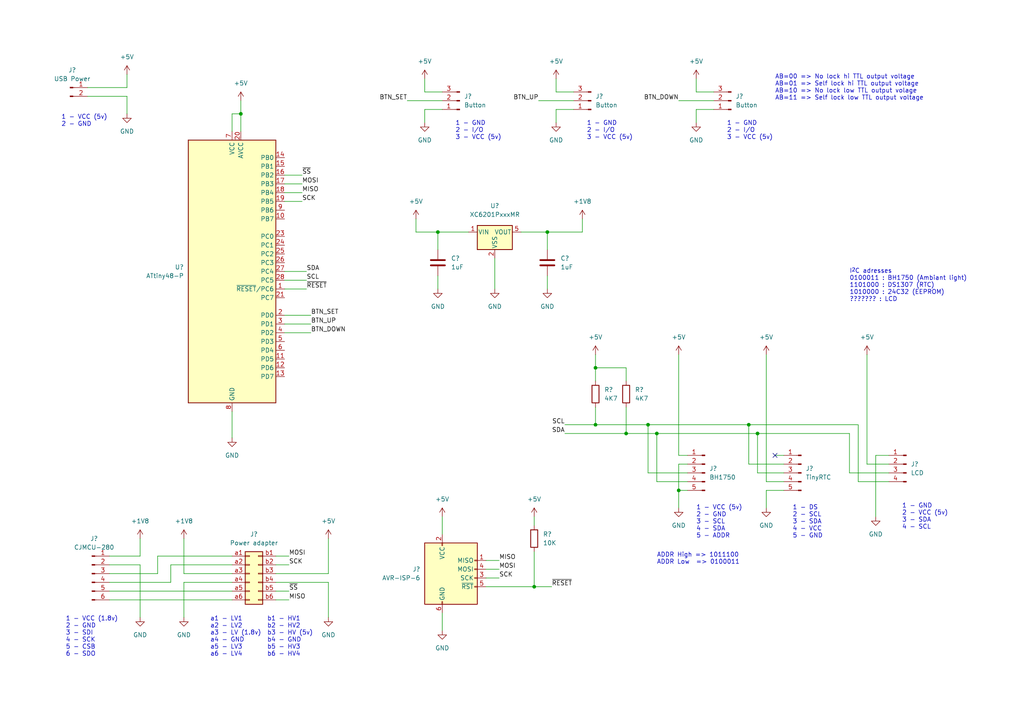
<source format=kicad_sch>
(kicad_sch (version 20231120) (generator "eeschema") (generator_version "8.0")
  (paper "A4")
  (lib_symbols
    (symbol "Connector:AVR-ISP-6" (pin_names (offset 1.016))
      (property "Reference" "J" (at -6.35 11.43 0))
      (property "Value" "AVR-ISP-6" (at 0 11.43 0))
      (symbol "AVR-ISP-6_0_1"
        (rectangle (start -2.667 -6.858) (end -2.413 -7.62))
        (rectangle (start -2.667 10.16) (end -2.413 9.398))
        (rectangle (start 7.62 -2.413) (end 6.858 -2.667))
        (rectangle (start 7.62 0.127) (end 6.858 -0.127))
        (rectangle (start 7.62 2.667) (end 6.858 2.413))
        (rectangle (start 7.62 5.207) (end 6.858 4.953))
        (rectangle (start 7.62 10.16) (end -7.62 -7.62) (stroke (width 0.254)) (fill (type background)))
      )
      (symbol "AVR-ISP-6_1_1"
        (pin passive line (at 10.16 5.08 180) (length 2.54) (name "MISO") (number "1"))
        (pin passive line (at -2.54 12.7 270) (length 2.54) (name "VCC") (number "2"))
        (pin passive line (at 10.16 0 180) (length 2.54) (name "SCK") (number "3"))
        (pin passive line (at 10.16 2.54 180) (length 2.54) (name "MOSI") (number "4"))
        (pin passive line (at 10.16 -2.54 180) (length 2.54) (name "~{RST}") (number "5"))
        (pin passive line (at -2.54 -10.16 90) (length 2.54) (name "GND") (number "6"))
      )
    )
    (symbol "Connector:Conn_01x02_Male" (pin_names (offset 1.016) hide)
      (property "Reference" "J" (at 0 2.54 0))
      (property "Value" "Conn_01x02_Male" (at 0 -5.08 0))
      (symbol "Conn_01x02_Male_1_1"
        (polyline (pts (xy 1.27 -2.54) (xy 0.8636 -2.54)) (stroke (width 0.1524)))
        (polyline (pts (xy 1.27 0) (xy 0.8636 0)) (stroke (width 0.1524)))
        (rectangle (start 0.8636 -2.413) (end 0 -2.667) (stroke (width 0.1524)) (fill (type outline)))
        (rectangle (start 0.8636 0.127) (end 0 -0.127) (stroke (width 0.1524)) (fill (type outline)))
        (pin passive line (at 5.08 0 180) (length 3.81) (name "Pin_1") (number "1"))
        (pin passive line (at 5.08 -2.54 180) (length 3.81) (name "Pin_2") (number "2"))
      )
    )
    (symbol "Connector:Conn_01x03_Male" (pin_names (offset 1.016) hide)
      (property "Reference" "J" (at 0 5.08 0))
      (property "Value" "Conn_01x03_Male" (at 0 -5.08 0))
      (symbol "Conn_01x03_Male_1_1"
        (polyline (pts (xy 1.27 -2.54) (xy 0.8636 -2.54)) (stroke (width 0.1524)))
        (polyline (pts (xy 1.27 0) (xy 0.8636 0)) (stroke (width 0.1524)))
        (polyline (pts (xy 1.27 2.54) (xy 0.8636 2.54)) (stroke (width 0.1524)))
        (rectangle (start 0.8636 -2.413) (end 0 -2.667) (stroke (width 0.1524)) (fill (type outline)))
        (rectangle (start 0.8636 0.127) (end 0 -0.127) (stroke (width 0.1524)) (fill (type outline)))
        (rectangle (start 0.8636 2.667) (end 0 2.413) (stroke (width 0.1524)) (fill (type outline)))
        (pin passive line (at 5.08 2.54 180) (length 3.81) (name "Pin_1") (number "1"))
        (pin passive line (at 5.08 0 180) (length 3.81) (name "Pin_2") (number "2"))
        (pin passive line (at 5.08 -2.54 180) (length 3.81) (name "Pin_3") (number "3"))
      )
    )
    (symbol "Connector:Conn_01x04_Male" (pin_names (offset 1.016) hide)
      (property "Reference" "J" (at 0 5.08 0))
      (property "Value" "Conn_01x04_Male" (at 0 -7.62 0))
      (symbol "Conn_01x04_Male_1_1"
        (polyline (pts (xy 1.27 -5.08) (xy 0.8636 -5.08)) (stroke (width 0.1524)))
        (polyline (pts (xy 1.27 -2.54) (xy 0.8636 -2.54)) (stroke (width 0.1524)))
        (polyline (pts (xy 1.27 0) (xy 0.8636 0)) (stroke (width 0.1524)))
        (polyline (pts (xy 1.27 2.54) (xy 0.8636 2.54)) (stroke (width 0.1524)))
        (rectangle (start 0.8636 -4.953) (end 0 -5.207) (stroke (width 0.1524)) (fill (type outline)))
        (rectangle (start 0.8636 -2.413) (end 0 -2.667) (stroke (width 0.1524)) (fill (type outline)))
        (rectangle (start 0.8636 0.127) (end 0 -0.127) (stroke (width 0.1524)) (fill (type outline)))
        (rectangle (start 0.8636 2.667) (end 0 2.413) (stroke (width 0.1524)) (fill (type outline)))
        (pin passive line (at 5.08 2.54 180) (length 3.81) (name "Pin_1") (number "1"))
        (pin passive line (at 5.08 0 180) (length 3.81) (name "Pin_2") (number "2"))
        (pin passive line (at 5.08 -2.54 180) (length 3.81) (name "Pin_3") (number "3"))
        (pin passive line (at 5.08 -5.08 180) (length 3.81) (name "Pin_4") (number "4"))
      )
    )
    (symbol "Connector:Conn_01x05_Male" (pin_names (offset 1.016) hide)
      (property "Reference" "J" (at 0 7.62 0))
      (property "Value" "Conn_01x05_Male" (at 0 -7.62 0))
      (symbol "Conn_01x05_Male_1_1"
        (polyline (pts (xy 1.27 -5.08) (xy 0.8636 -5.08)) (stroke (width 0.1524)))
        (polyline (pts (xy 1.27 -2.54) (xy 0.8636 -2.54)) (stroke (width 0.1524)))
        (polyline (pts (xy 1.27 0) (xy 0.8636 0)) (stroke (width 0.1524)))
        (polyline (pts (xy 1.27 2.54) (xy 0.8636 2.54)) (stroke (width 0.1524)))
        (polyline (pts (xy 1.27 5.08) (xy 0.8636 5.08)) (stroke (width 0.1524)))
        (rectangle (start 0.8636 -4.953) (end 0 -5.207) (stroke (width 0.1524)) (fill (type outline)))
        (rectangle (start 0.8636 -2.413) (end 0 -2.667) (stroke (width 0.1524)) (fill (type outline)))
        (rectangle (start 0.8636 0.127) (end 0 -0.127) (stroke (width 0.1524)) (fill (type outline)))
        (rectangle (start 0.8636 2.667) (end 0 2.413) (stroke (width 0.1524)) (fill (type outline)))
        (rectangle (start 0.8636 5.207) (end 0 4.953) (stroke (width 0.1524)) (fill (type outline)))
        (pin passive line (at 5.08 5.08 180) (length 3.81) (name "Pin_1") (number "1"))
        (pin passive line (at 5.08 2.54 180) (length 3.81) (name "Pin_2") (number "2"))
        (pin passive line (at 5.08 0 180) (length 3.81) (name "Pin_3") (number "3"))
        (pin passive line (at 5.08 -2.54 180) (length 3.81) (name "Pin_4") (number "4"))
        (pin passive line (at 5.08 -5.08 180) (length 3.81) (name "Pin_5") (number "5"))
      )
    )
    (symbol "Connector:Conn_01x06_Male" (pin_names (offset 1.016) hide)
      (property "Reference" "J" (at 0 7.62 0))
      (property "Value" "Conn_01x06_Male" (at 0 -10.16 0))
      (symbol "Conn_01x06_Male_1_1"
        (polyline (pts (xy 1.27 -7.62) (xy 0.8636 -7.62)) (stroke (width 0.1524)))
        (polyline (pts (xy 1.27 -5.08) (xy 0.8636 -5.08)) (stroke (width 0.1524)))
        (polyline (pts (xy 1.27 -2.54) (xy 0.8636 -2.54)) (stroke (width 0.1524)))
        (polyline (pts (xy 1.27 0) (xy 0.8636 0)) (stroke (width 0.1524)))
        (polyline (pts (xy 1.27 2.54) (xy 0.8636 2.54)) (stroke (width 0.1524)))
        (polyline (pts (xy 1.27 5.08) (xy 0.8636 5.08)) (stroke (width 0.1524)))
        (rectangle (start 0.8636 -7.493) (end 0 -7.747) (stroke (width 0.1524)) (fill (type outline)))
        (rectangle (start 0.8636 -4.953) (end 0 -5.207) (stroke (width 0.1524)) (fill (type outline)))
        (rectangle (start 0.8636 -2.413) (end 0 -2.667) (stroke (width 0.1524)) (fill (type outline)))
        (rectangle (start 0.8636 0.127) (end 0 -0.127) (stroke (width 0.1524)) (fill (type outline)))
        (rectangle (start 0.8636 2.667) (end 0 2.413) (stroke (width 0.1524)) (fill (type outline)))
        (rectangle (start 0.8636 5.207) (end 0 4.953) (stroke (width 0.1524)) (fill (type outline)))
        (pin passive line (at 5.08 5.08 180) (length 3.81) (name "Pin_1") (number "1"))
        (pin passive line (at 5.08 2.54 180) (length 3.81) (name "Pin_2") (number "2"))
        (pin passive line (at 5.08 0 180) (length 3.81) (name "Pin_3") (number "3"))
        (pin passive line (at 5.08 -2.54 180) (length 3.81) (name "Pin_4") (number "4"))
        (pin passive line (at 5.08 -5.08 180) (length 3.81) (name "Pin_5") (number "5"))
        (pin passive line (at 5.08 -7.62 180) (length 3.81) (name "Pin_6") (number "6"))
      )
    )
    (symbol "Connector_Generic:Conn_02x06_Row_Letter_First" (pin_names (offset 1.016) hide)
      (property "Reference" "J" (at 1.27 7.62 0))
      (property "Value" "Conn_02x06_Row_Letter_First" (at 1.27 -10.16 0))
      (symbol "Conn_02x06_Row_Letter_First_1_1"
        (rectangle (start -1.27 -7.493) (end 0 -7.747) (stroke (width 0.1524)))
        (rectangle (start -1.27 -4.953) (end 0 -5.207) (stroke (width 0.1524)))
        (rectangle (start -1.27 -2.413) (end 0 -2.667) (stroke (width 0.1524)))
        (rectangle (start -1.27 0.127) (end 0 -0.127) (stroke (width 0.1524)))
        (rectangle (start -1.27 2.667) (end 0 2.413) (stroke (width 0.1524)))
        (rectangle (start -1.27 5.207) (end 0 4.953) (stroke (width 0.1524)))
        (rectangle (start -1.27 6.35) (end 3.81 -8.89) (stroke (width 0.254)) (fill (type background)))
        (rectangle (start 3.81 -7.493) (end 2.54 -7.747) (stroke (width 0.1524)))
        (rectangle (start 3.81 -4.953) (end 2.54 -5.207) (stroke (width 0.1524)))
        (rectangle (start 3.81 -2.413) (end 2.54 -2.667) (stroke (width 0.1524)))
        (rectangle (start 3.81 0.127) (end 2.54 -0.127) (stroke (width 0.1524)))
        (rectangle (start 3.81 2.667) (end 2.54 2.413) (stroke (width 0.1524)))
        (rectangle (start 3.81 5.207) (end 2.54 4.953) (stroke (width 0.1524)))
        (pin passive line (at -5.08 5.08 0) (length 3.81) (name "Pin_a1") (number "a1"))
        (pin passive line (at -5.08 2.54 0) (length 3.81) (name "Pin_a2") (number "a2"))
        (pin passive line (at -5.08 0 0) (length 3.81) (name "Pin_a3") (number "a3"))
        (pin passive line (at -5.08 -2.54 0) (length 3.81) (name "Pin_a4") (number "a4"))
        (pin passive line (at -5.08 -5.08 0) (length 3.81) (name "Pin_a5") (number "a5"))
        (pin passive line (at -5.08 -7.62 0) (length 3.81) (name "Pin_a6") (number "a6"))
        (pin passive line (at 7.62 5.08 180) (length 3.81) (name "Pin_b1") (number "b1"))
        (pin passive line (at 7.62 2.54 180) (length 3.81) (name "Pin_b2") (number "b2"))
        (pin passive line (at 7.62 0 180) (length 3.81) (name "Pin_b3") (number "b3"))
        (pin passive line (at 7.62 -2.54 180) (length 3.81) (name "Pin_b4") (number "b4"))
        (pin passive line (at 7.62 -5.08 180) (length 3.81) (name "Pin_b5") (number "b5"))
        (pin passive line (at 7.62 -7.62 180) (length 3.81) (name "Pin_b6") (number "b6"))
      )
    )
    (symbol "Desk Probe:XC6201PxxxMR" (pin_names (offset 0.254))
      (property "Reference" "U" (at -3.81 3.175 0))
      (property "Value" "XC6201PxxxMR" (at 0 3.175 0))
      (symbol "XC6201PxxxMR_0_1"
        (rectangle (start -5.08 1.905) (end 5.08 -5.08) (stroke (width 0.254)) (fill (type background)))
      )
      (symbol "XC6201PxxxMR_1_1"
        (pin power_in line (at -7.62 0 0) (length 2.54) (name "VIN") (number "1"))
        (pin power_in line (at 0 -7.62 90) (length 2.54) (name "VSS") (number "2"))
        (pin no_connect line (at -7.62 -2.54 0) (length 2.54) hide (name "NC") (number "3"))
        (pin no_connect line (at 7.62 -2.54 180) (length 2.54) hide (name "NC") (number "4"))
        (pin power_out line (at 7.62 0 180) (length 2.54) (name "VOUT") (number "5"))
      )
    )
    (symbol "Device:C" (pin_numbers hide) (pin_names (offset 0.254))
      (property "Reference" "C" (at 0.635 2.54 0))
      (property "Value" "C" (at 0.635 -2.54 0))
      (symbol "C_0_1"
        (polyline (pts (xy -2.032 -0.762) (xy 2.032 -0.762)) (stroke (width 0.508)))
        (polyline (pts (xy -2.032 0.762) (xy 2.032 0.762)) (stroke (width 0.508)))
      )
      (symbol "C_1_1"
        (pin passive line (at 0 3.81 270) (length 2.794) (name "~") (number "1"))
        (pin passive line (at 0 -3.81 90) (length 2.794) (name "~") (number "2"))
      )
    )
    (symbol "Device:R" (pin_numbers hide) (pin_names (offset 0))
      (property "Reference" "R" (at 2.032 0 90))
      (property "Value" "R" (at 0 0 90))
      (symbol "R_0_1"
        (rectangle (start -1.016 -2.54) (end 1.016 2.54) (stroke (width 0.254)))
      )
      (symbol "R_1_1"
        (pin passive line (at 0 3.81 270) (length 1.27) (name "~") (number "1"))
        (pin passive line (at 0 -3.81 90) (length 1.27) (name "~") (number "2"))
      )
    )
    (symbol "MCU_Microchip_ATtiny:ATtiny48-P"
      (property "Reference" "U" (at -12.7 39.37 0))
      (property "Value" "ATtiny48-P" (at 2.54 -39.37 0))
      (symbol "ATtiny48-P_0_1"
        (rectangle (start -12.7 -38.1) (end 12.7 38.1) (stroke (width 0.254)) (fill (type background)))
      )
      (symbol "ATtiny48-P_1_1"
        (pin bidirectional line (at 15.24 -5.08 180) (length 2.54) (name "~{RESET}/PC6") (number "1"))
        (pin bidirectional line (at 15.24 15.24 180) (length 2.54) (name "PB7") (number "10"))
        (pin bidirectional line (at 15.24 -25.4 180) (length 2.54) (name "PD5") (number "11"))
        (pin bidirectional line (at 15.24 -27.94 180) (length 2.54) (name "PD6") (number "12"))
        (pin bidirectional line (at 15.24 -30.48 180) (length 2.54) (name "PD7") (number "13"))
        (pin bidirectional line (at 15.24 33.02 180) (length 2.54) (name "PB0") (number "14"))
        (pin bidirectional line (at 15.24 30.48 180) (length 2.54) (name "PB1") (number "15"))
        (pin bidirectional line (at 15.24 27.94 180) (length 2.54) (name "PB2") (number "16"))
        (pin bidirectional line (at 15.24 25.4 180) (length 2.54) (name "PB3") (number "17"))
        (pin bidirectional line (at 15.24 22.86 180) (length 2.54) (name "PB4") (number "18"))
        (pin bidirectional line (at 15.24 20.32 180) (length 2.54) (name "PB5") (number "19"))
        (pin bidirectional line (at 15.24 -12.7 180) (length 2.54) (name "PD0") (number "2"))
        (pin power_in line (at 2.54 40.64 270) (length 2.54) (name "AVCC") (number "20"))
        (pin bidirectional line (at 15.24 -7.62 180) (length 2.54) (name "PC7") (number "21"))
        (pin passive line (at 0 -40.64 90) (length 2.54) hide (name "GND") (number "22"))
        (pin bidirectional line (at 15.24 10.16 180) (length 2.54) (name "PC0") (number "23"))
        (pin bidirectional line (at 15.24 7.62 180) (length 2.54) (name "PC1") (number "24"))
        (pin bidirectional line (at 15.24 5.08 180) (length 2.54) (name "PC2") (number "25"))
        (pin bidirectional line (at 15.24 2.54 180) (length 2.54) (name "PC3") (number "26"))
        (pin bidirectional line (at 15.24 0 180) (length 2.54) (name "PC4") (number "27"))
        (pin bidirectional line (at 15.24 -2.54 180) (length 2.54) (name "PC5") (number "28"))
        (pin bidirectional line (at 15.24 -15.24 180) (length 2.54) (name "PD1") (number "3"))
        (pin bidirectional line (at 15.24 -17.78 180) (length 2.54) (name "PD2") (number "4"))
        (pin bidirectional line (at 15.24 -20.32 180) (length 2.54) (name "PD3") (number "5"))
        (pin bidirectional line (at 15.24 -22.86 180) (length 2.54) (name "PD4") (number "6"))
        (pin power_in line (at 0 40.64 270) (length 2.54) (name "VCC") (number "7"))
        (pin power_in line (at 0 -40.64 90) (length 2.54) (name "GND") (number "8"))
        (pin bidirectional line (at 15.24 17.78 180) (length 2.54) (name "PB6") (number "9"))
      )
    )
    (symbol "power:+1V8" (power) (pin_names (offset 0))
      (property "Value" "+1V8" (at 0 3.556 0))
      (symbol "+1V8_0_1"
        (polyline (pts (xy -0.762 1.27) (xy 0 2.54)))
        (polyline (pts (xy 0 0) (xy 0 2.54)))
        (polyline (pts (xy 0 2.54) (xy 0.762 1.27)))
      )
      (symbol "+1V8_1_1"
        (pin power_in line (at 0 0 90) (length 0) hide (name "+1V8") (number "1"))
      )
    )
    (symbol "power:+5V" (power) (pin_names (offset 0))
      (property "Value" "+5V" (at 0 3.556 0))
      (symbol "+5V_0_1"
        (polyline (pts (xy -0.762 1.27) (xy 0 2.54)))
        (polyline (pts (xy 0 0) (xy 0 2.54)))
        (polyline (pts (xy 0 2.54) (xy 0.762 1.27)))
      )
      (symbol "+5V_1_1"
        (pin power_in line (at 0 0 90) (length 0) hide (name "+5V") (number "1"))
      )
    )
    (symbol "power:GND" (power) (pin_names (offset 0))
      (property "Value" "GND" (at 0 -3.81 0))
      (symbol "GND_0_1"
        (polyline (pts (xy 0 0) (xy 0 -1.27) (xy 1.27 -1.27) (xy 0 -2.54) (xy -1.27 -1.27) (xy 0 -1.27)))
      )
      (symbol "GND_1_1"
        (pin power_in line (at 0 0 270) (length 0) hide (name "GND") (number "1"))
      )
    )
  )
  (junction (at 127 67.31))
  (junction (at 219.71 125.73))
  (junction (at 196.85 142.24))
  (junction (at 181.61 125.73))
  (junction (at 217.17 123.19))
  (junction (at 69.85 33.02))
  (junction (at 172.72 106.68))
  (junction (at 158.75 67.31))
  (junction (at 172.72 123.19))
  (junction (at 187.96 123.19))
  (junction (at 154.94 170.18))
  (junction (at 190.5 125.73))
  (no_connect (at 224.79 132.08))
  (wire (pts (xy 67.31 33.02) (xy 69.85 33.02)))
  (wire (pts (xy 127 67.31) (xy 135.89 67.31)))
  (wire (pts (xy 128.27 31.75) (xy 123.19 31.75)))
  (wire (pts (xy 31.75 168.91) (xy 49.53 168.91)))
  (wire (pts (xy 25.4 25.4) (xy 36.83 25.4)))
  (wire (pts (xy 49.53 163.83) (xy 67.31 163.83)))
  (wire (pts (xy 201.93 31.75) (xy 201.93 35.56)))
  (wire (pts (xy 158.75 67.31) (xy 158.75 72.39)))
  (wire (pts (xy 82.55 53.34) (xy 87.63 53.34)))
  (wire (pts (xy 40.64 163.83) (xy 40.64 179.07)))
  (wire (pts (xy 140.97 165.1) (xy 144.78 165.1)))
  (wire (pts (xy 251.46 134.62) (xy 251.46 102.87)))
  (wire (pts (xy 31.75 171.45) (xy 67.31 171.45)))
  (wire (pts (xy 143.51 74.93) (xy 143.51 83.82)))
  (wire (pts (xy 196.85 142.24) (xy 199.39 142.24)))
  (wire (pts (xy 196.85 132.08) (xy 196.85 102.87)))
  (wire (pts (xy 227.33 137.16) (xy 219.71 137.16)))
  (wire (pts (xy 154.94 170.18) (xy 160.02 170.18)))
  (wire (pts (xy 190.5 139.7) (xy 190.5 125.73)))
  (wire (pts (xy 123.19 31.75) (xy 123.19 35.56)))
  (wire (pts (xy 154.94 149.86) (xy 154.94 152.4)))
  (wire (pts (xy 67.31 168.91) (xy 53.34 168.91)))
  (wire (pts (xy 80.01 161.29) (xy 83.82 161.29)))
  (wire (pts (xy 257.81 134.62) (xy 251.46 134.62)))
  (wire (pts (xy 82.55 96.52) (xy 90.17 96.52)))
  (wire (pts (xy 181.61 118.11) (xy 181.61 125.73)))
  (wire (pts (xy 219.71 137.16) (xy 219.71 125.73)))
  (wire (pts (xy 172.72 118.11) (xy 172.72 123.19)))
  (wire (pts (xy 219.71 125.73) (xy 190.5 125.73)))
  (wire (pts (xy 127 80.01) (xy 127 83.82)))
  (wire (pts (xy 172.72 102.87) (xy 172.72 106.68)))
  (wire (pts (xy 158.75 67.31) (xy 168.91 67.31)))
  (wire (pts (xy 227.33 134.62) (xy 217.17 134.62)))
  (wire (pts (xy 80.01 173.99) (xy 83.82 173.99)))
  (wire (pts (xy 199.39 134.62) (xy 196.85 134.62)))
  (wire (pts (xy 199.39 139.7) (xy 190.5 139.7)))
  (wire (pts (xy 128.27 149.86) (xy 128.27 154.94)))
  (wire (pts (xy 166.37 26.67) (xy 161.29 26.67)))
  (wire (pts (xy 224.79 132.08) (xy 227.33 132.08)))
  (wire (pts (xy 248.92 123.19) (xy 248.92 139.7)))
  (wire (pts (xy 219.71 125.73) (xy 246.38 125.73)))
  (wire (pts (xy 82.55 91.44) (xy 90.17 91.44)))
  (wire (pts (xy 31.75 163.83) (xy 40.64 163.83)))
  (wire (pts (xy 69.85 29.21) (xy 69.85 33.02)))
  (wire (pts (xy 127 67.31) (xy 127 72.39)))
  (wire (pts (xy 128.27 177.8) (xy 128.27 182.88)))
  (wire (pts (xy 53.34 168.91) (xy 53.34 179.07)))
  (wire (pts (xy 45.72 166.37) (xy 45.72 161.29)))
  (wire (pts (xy 199.39 137.16) (xy 187.96 137.16)))
  (wire (pts (xy 31.75 173.99) (xy 67.31 173.99)))
  (wire (pts (xy 40.64 156.21) (xy 40.64 161.29)))
  (wire (pts (xy 207.01 26.67) (xy 201.93 26.67)))
  (wire (pts (xy 82.55 58.42) (xy 87.63 58.42)))
  (wire (pts (xy 95.25 168.91) (xy 95.25 179.07)))
  (wire (pts (xy 118.11 29.21) (xy 128.27 29.21)))
  (wire (pts (xy 201.93 26.67) (xy 201.93 22.86)))
  (wire (pts (xy 181.61 106.68) (xy 172.72 106.68)))
  (wire (pts (xy 53.34 166.37) (xy 53.34 156.21)))
  (wire (pts (xy 246.38 137.16) (xy 246.38 125.73)))
  (wire (pts (xy 67.31 38.1) (xy 67.31 33.02)))
  (wire (pts (xy 25.4 27.94) (xy 36.83 27.94)))
  (wire (pts (xy 80.01 163.83) (xy 83.82 163.83)))
  (wire (pts (xy 69.85 33.02) (xy 69.85 38.1)))
  (wire (pts (xy 82.55 93.98) (xy 90.17 93.98)))
  (wire (pts (xy 36.83 27.94) (xy 36.83 33.02)))
  (wire (pts (xy 254 132.08) (xy 254 149.86)))
  (wire (pts (xy 31.75 161.29) (xy 40.64 161.29)))
  (wire (pts (xy 187.96 137.16) (xy 187.96 123.19)))
  (wire (pts (xy 49.53 168.91) (xy 49.53 163.83)))
  (wire (pts (xy 158.75 80.01) (xy 158.75 83.82)))
  (wire (pts (xy 196.85 132.08) (xy 199.39 132.08)))
  (wire (pts (xy 151.13 67.31) (xy 158.75 67.31)))
  (wire (pts (xy 181.61 125.73) (xy 163.83 125.73)))
  (wire (pts (xy 222.25 139.7) (xy 222.25 102.87)))
  (wire (pts (xy 140.97 162.56) (xy 144.78 162.56)))
  (wire (pts (xy 168.91 67.31) (xy 168.91 63.5)))
  (wire (pts (xy 166.37 31.75) (xy 161.29 31.75)))
  (wire (pts (xy 257.81 132.08) (xy 254 132.08)))
  (wire (pts (xy 257.81 137.16) (xy 246.38 137.16)))
  (wire (pts (xy 227.33 142.24) (xy 222.25 142.24)))
  (wire (pts (xy 120.65 63.5) (xy 120.65 67.31)))
  (wire (pts (xy 172.72 106.68) (xy 172.72 110.49)))
  (wire (pts (xy 128.27 26.67) (xy 123.19 26.67)))
  (wire (pts (xy 120.65 67.31) (xy 127 67.31)))
  (wire (pts (xy 80.01 168.91) (xy 95.25 168.91)))
  (wire (pts (xy 161.29 31.75) (xy 161.29 35.56)))
  (wire (pts (xy 45.72 161.29) (xy 67.31 161.29)))
  (wire (pts (xy 80.01 171.45) (xy 83.82 171.45)))
  (wire (pts (xy 217.17 123.19) (xy 248.92 123.19)))
  (wire (pts (xy 31.75 166.37) (xy 45.72 166.37)))
  (wire (pts (xy 82.55 55.88) (xy 87.63 55.88)))
  (wire (pts (xy 140.97 167.64) (xy 144.78 167.64)))
  (wire (pts (xy 123.19 26.67) (xy 123.19 22.86)))
  (wire (pts (xy 154.94 170.18) (xy 154.94 160.02)))
  (wire (pts (xy 156.21 29.21) (xy 166.37 29.21)))
  (wire (pts (xy 82.55 78.74) (xy 88.9 78.74)))
  (wire (pts (xy 196.85 134.62) (xy 196.85 142.24)))
  (wire (pts (xy 187.96 123.19) (xy 217.17 123.19)))
  (wire (pts (xy 172.72 123.19) (xy 187.96 123.19)))
  (wire (pts (xy 161.29 26.67) (xy 161.29 22.86)))
  (wire (pts (xy 196.85 29.21) (xy 207.01 29.21)))
  (wire (pts (xy 67.31 119.38) (xy 67.31 127)))
  (wire (pts (xy 95.25 166.37) (xy 95.25 156.21)))
  (wire (pts (xy 190.5 125.73) (xy 181.61 125.73)))
  (wire (pts (xy 222.25 142.24) (xy 222.25 147.32)))
  (wire (pts (xy 207.01 31.75) (xy 201.93 31.75)))
  (wire (pts (xy 140.97 170.18) (xy 154.94 170.18)))
  (wire (pts (xy 217.17 134.62) (xy 217.17 123.19)))
  (wire (pts (xy 227.33 139.7) (xy 222.25 139.7)))
  (wire (pts (xy 248.92 139.7) (xy 257.81 139.7)))
  (wire (pts (xy 82.55 83.82) (xy 88.9 83.82)))
  (wire (pts (xy 67.31 166.37) (xy 53.34 166.37)))
  (wire (pts (xy 82.55 81.28) (xy 88.9 81.28)))
  (wire (pts (xy 181.61 110.49) (xy 181.61 106.68)))
  (wire (pts (xy 163.83 123.19) (xy 172.72 123.19)))
  (wire (pts (xy 196.85 142.24) (xy 196.85 147.32)))
  (wire (pts (xy 36.83 25.4) (xy 36.83 21.59)))
  (wire (pts (xy 80.01 166.37) (xy 95.25 166.37)))
  (wire (pts (xy 82.55 50.8) (xy 87.63 50.8)))
  (text "1 - VCC (1.8v)\n2 - GND\n3 - SDI\n4 - SCK\n5 - CSB\n6 - SDO" (at 19.05 190.5 0) (effects (font (size 1.27 1.27)) (justify left bottom)))
  (text "AB=00 => No lock hi TTL output voltage\nAB=01 => Self lock hi TTL output voltage\nAB=10 => No lock low TTL output volage\nAB=11 => Self lock low TTL output voltage" (at 224.79 29.21 0) (effects (font (size 1.27 1.27)) (justify left bottom)))
  (text "a1 - LV1\na2 - LV2\na3 - LV (1.8v)\na4 - GND\na5 - LV3\na6 - LV4" (at 60.96 190.5 0) (effects (font (size 1.27 1.27)) (justify left bottom)))
  (text "1 - GND\n2 - I/O\n3 - VCC (5v)" (at 210.82 40.64 0) (effects (font (size 1.27 1.27)) (justify left bottom)))
  (text "b1 - HV1\nb2 - HV2\nb3 - HV (5v)\nb4 - GND\nb5 - HV3\nb6 - HV4" (at 77.47 190.5 0) (effects (font (size 1.27 1.27)) (justify left bottom)))
  (text "1 - DS\n2 - SCL\n3 - SDA\n4 - VCC\n5 - GND" (at 229.87 156.21 0) (effects (font (size 1.27 1.27)) (justify left bottom)))
  (text "1 - VCC (5v)\n2 - GND\n3 - SCL\n4 - SDA\n5 - ADDR" (at 201.93 156.21 0) (effects (font (size 1.27 1.27)) (justify left bottom)))
  (text "1 - GND\n2 - I/O\n3 - VCC (5v)" (at 170.18 40.64 0) (effects (font (size 1.27 1.27)) (justify left bottom)))
  (text "1 - GND\n2 - VCC (5v)\n3 - SDA\n4 - SCL" (at 261.62 153.67 0) (effects (font (size 1.27 1.27)) (justify left bottom)))
  (text "1 - GND\n2 - I/O\n3 - VCC (5v)" (at 132.08 40.64 0) (effects (font (size 1.27 1.27)) (justify left bottom)))
  (text "I^{2}C adresses\n0100011 : BH1750 (Ambiant light)\n1101000 : DS1307 (RTC)\n1010000 : 24C32 (EEPROM)\n??????? : LCD" (at 246.38 87.63 0) (effects (font (size 1.27 1.27)) (justify left bottom)))
  (text "1 - VCC (5v)\n2 - GND" (at 17.78 36.83 0) (effects (font (size 1.27 1.27)) (justify left bottom)))
  (text "ADDR High => 1011100\nADDR Low  => 0100011" (at 190.5 163.83 0) (effects (font (size 1.27 1.27)) (justify left bottom)))
  (label "MISO" (at 83.82 173.99 0))
  (label "MISO" (at 144.78 162.56 0))
  (label "~{RESET}" (at 160.02 170.18 0))
  (label "~{RESET}" (at 88.9 83.82 0))
  (label "MOSI" (at 87.63 53.34 0))
  (label "BTN_SET" (at 118.11 29.21 180))
  (label "BTN_SET" (at 90.17 91.44 0))
  (label "MISO" (at 87.63 55.88 0))
  (label "~{SS}" (at 83.82 171.45 0))
  (label "BTN_UP" (at 90.17 93.98 0))
  (label "SDA" (at 88.9 78.74 0))
  (label "BTN_UP" (at 156.21 29.21 180))
  (label "SCL" (at 88.9 81.28 0))
  (label "BTN_DOWN" (at 196.85 29.21 180))
  (label "~{SS}" (at 87.63 50.8 0))
  (label "BTN_DOWN" (at 90.17 96.52 0))
  (label "SCK" (at 87.63 58.42 0))
  (label "SDA" (at 163.83 125.73 180))
  (label "MOSI" (at 83.82 161.29 0))
  (label "MOSI" (at 144.78 165.1 0))
  (label "SCK" (at 144.78 167.64 0))
  (label "SCL" (at 163.83 123.19 180))
  (label "SCK" (at 83.82 163.83 0))
  (symbol (lib_id "power:+5V") (at 128.27 149.86 0) (unit 1)
    (property "Reference" "#PWR?" (effects (hide yes)))
    (property "Value" "+5V" (at 128.27 144.78 0))
  )
  (symbol (lib_id "Desk Probe:XC6201PxxxMR") (at 143.51 67.31 0) (unit 1)
    (property "Reference" "U?" (at 143.51 59.69 0))
    (property "Value" "XC6201PxxxMR" (at 143.51 62.23 0))
    (property "Footprint" "Package_TO_SOT_SMD:SOT-23-5_HandSoldering" (effects (hide yes)))
    (property "Datasheet" "https://www.torexsemi.com/file/xc6201/XC6201.pdf" (effects (hide yes)))
  )
  (symbol (lib_id "power:GND") (at 36.83 33.02 0) (unit 1)
    (property "Reference" "#PWR?" (effects (hide yes)))
    (property "Value" "GND" (at 36.83 38.1 0))
  )
  (symbol (lib_id "power:+5V") (at 123.19 22.86 0) (unit 1)
    (property "Reference" "#PWR?" (effects (hide yes)))
    (property "Value" "+5V" (at 123.19 17.78 0))
  )
  (symbol (lib_id "power:+5V") (at 201.93 22.86 0) (unit 1)
    (property "Reference" "#PWR?" (effects (hide yes)))
    (property "Value" "+5V" (at 201.93 17.78 0))
  )
  (symbol (lib_id "power:GND") (at 67.31 127 0) (unit 1)
    (property "Reference" "#PWR?" (effects (hide yes)))
    (property "Value" "GND" (at 67.31 132.08 0))
  )
  (symbol (lib_id "power:+5V") (at 161.29 22.86 0) (unit 1)
    (property "Reference" "#PWR?" (effects (hide yes)))
    (property "Value" "+5V" (at 161.29 17.78 0))
  )
  (symbol (lib_id "power:+5V") (at 95.25 156.21 0) (unit 1)
    (property "Reference" "#PWR?" (effects (hide yes)))
    (property "Value" "+5V" (at 95.25 151.13 0))
  )
  (symbol (lib_id "Connector:Conn_01x05_Male") (at 204.47 137.16 0) (mirror y) (unit 1)
    (property "Reference" "J?" (at 205.74 135.8899 0) (effects (justify right)))
    (property "Value" "BH1750" (at 205.74 138.4299 0) (effects (justify right)))
  )
  (symbol (lib_id "Device:R") (at 181.61 114.3 0) (unit 1)
    (property "Reference" "R?" (at 184.15 113.0299 0) (effects (justify left)))
    (property "Value" "4K7" (at 184.15 115.5699 0) (effects (justify left)))
  )
  (symbol (lib_id "Device:R") (at 172.72 114.3 0) (unit 1)
    (property "Reference" "R?" (at 175.26 113.0299 0) (effects (justify left)))
    (property "Value" "4K7" (at 175.26 115.5699 0) (effects (justify left)))
  )
  (symbol (lib_id "power:GND") (at 222.25 147.32 0) (unit 1)
    (property "Reference" "#PWR?" (effects (hide yes)))
    (property "Value" "GND" (at 222.25 152.4 0))
  )
  (symbol (lib_id "Connector:Conn_01x03_Male") (at 212.09 29.21 180) (unit 1)
    (property "Reference" "J?" (at 213.36 27.9399 0) (effects (justify right)))
    (property "Value" "Button" (at 213.36 30.4799 0) (effects (justify right)))
  )
  (symbol (lib_id "power:+5V") (at 36.83 21.59 0) (unit 1)
    (property "Reference" "#PWR?" (effects (hide yes)))
    (property "Value" "+5V" (at 36.83 16.51 0))
  )
  (symbol (lib_id "power:+1V8") (at 40.64 156.21 0) (unit 1)
    (property "Reference" "#PWR?" (effects (hide yes)))
    (property "Value" "+1V8" (at 40.64 151.13 0))
  )
  (symbol (lib_id "Connector:Conn_01x06_Male") (at 26.67 166.37 0) (unit 1)
    (property "Reference" "J?" (at 27.305 156.21 0))
    (property "Value" "CJMCU-280" (at 27.305 158.75 0))
  )
  (symbol (lib_id "power:+5V") (at 172.72 102.87 0) (unit 1)
    (property "Reference" "#PWR?" (effects (hide yes)))
    (property "Value" "+5V" (at 172.72 97.79 0))
  )
  (symbol (lib_id "Connector:Conn_01x05_Male") (at 232.41 137.16 0) (mirror y) (unit 1)
    (property "Reference" "J?" (at 233.68 135.8899 0) (effects (justify right)))
    (property "Value" "TinyRTC" (at 233.68 138.4299 0) (effects (justify right)))
  )
  (symbol (lib_id "power:GND") (at 161.29 35.56 0) (unit 1)
    (property "Reference" "#PWR?" (effects (hide yes)))
    (property "Value" "GND" (at 161.29 40.64 0))
  )
  (symbol (lib_id "Device:C") (at 158.75 76.2 0) (unit 1)
    (property "Reference" "C?" (at 162.56 74.9299 0) (effects (justify left)))
    (property "Value" "1uF" (at 162.56 77.4699 0) (effects (justify left)))
  )
  (symbol (lib_id "Device:C") (at 127 76.2 0) (unit 1)
    (property "Reference" "C?" (at 130.81 74.9299 0) (effects (justify left)))
    (property "Value" "1uF" (at 130.81 77.4699 0) (effects (justify left)))
  )
  (symbol (lib_id "power:GND") (at 53.34 179.07 0) (unit 1)
    (property "Reference" "#PWR?" (effects (hide yes)))
    (property "Value" "GND" (at 53.34 184.15 0))
  )
  (symbol (lib_id "Device:R") (at 154.94 156.21 0) (unit 1)
    (property "Reference" "R?" (at 157.48 154.9399 0) (effects (justify left)))
    (property "Value" "10K" (at 157.48 157.4799 0) (effects (justify left)))
  )
  (symbol (lib_id "Connector:Conn_01x02_Male") (at 20.32 25.4 0) (unit 1)
    (property "Reference" "J?" (at 20.955 20.32 0))
    (property "Value" "USB Power" (at 20.955 22.86 0))
  )
  (symbol (lib_id "power:+5V") (at 69.85 29.21 0) (unit 1)
    (property "Reference" "#PWR?" (effects (hide yes)))
    (property "Value" "+5V" (at 69.85 24.13 0))
  )
  (symbol (lib_id "Connector:AVR-ISP-6") (at 130.81 167.64 0) (unit 1)
    (property "Reference" "J?" (at 121.92 165.0999 0) (effects (justify right)))
    (property "Value" "AVR-ISP-6" (at 121.92 167.6399 0) (effects (justify right)))
    (property "Datasheet" " ~" (effects (hide yes)))
  )
  (symbol (lib_id "power:GND") (at 143.51 83.82 0) (unit 1)
    (property "Reference" "#PWR?" (effects (hide yes)))
    (property "Value" "GND" (at 143.51 88.9 0))
  )
  (symbol (lib_id "power:GND") (at 196.85 147.32 0) (unit 1)
    (property "Reference" "#PWR?" (effects (hide yes)))
    (property "Value" "GND" (at 196.85 152.4 0))
  )
  (symbol (lib_id "power:GND") (at 128.27 182.88 0) (unit 1)
    (property "Reference" "#PWR?" (effects (hide yes)))
    (property "Value" "GND" (at 128.27 187.96 0))
  )
  (symbol (lib_id "power:+5V") (at 196.85 102.87 0) (unit 1)
    (property "Reference" "#PWR?" (effects (hide yes)))
    (property "Value" "+5V" (at 196.85 97.79 0))
  )
  (symbol (lib_id "power:+5V") (at 120.65 63.5 0) (unit 1)
    (property "Reference" "#PWR?" (effects (hide yes)))
    (property "Value" "+5V" (at 120.65 58.42 0))
  )
  (symbol (lib_id "power:+5V") (at 154.94 149.86 0) (unit 1)
    (property "Reference" "#PWR?" (effects (hide yes)))
    (property "Value" "+5V" (at 154.94 144.78 0))
  )
  (symbol (lib_id "power:+1V8") (at 53.34 156.21 0) (unit 1)
    (property "Reference" "#PWR?" (effects (hide yes)))
    (property "Value" "+1V8" (at 53.34 151.13 0))
  )
  (symbol (lib_id "power:GND") (at 254 149.86 0) (unit 1)
    (property "Reference" "#PWR?" (effects (hide yes)))
    (property "Value" "GND" (at 254 154.94 0))
  )
  (symbol (lib_id "Connector:Conn_01x04_Male") (at 262.89 134.62 0) (mirror y) (unit 1)
    (property "Reference" "J?" (at 264.16 134.6199 0) (effects (justify right)))
    (property "Value" "LCD" (at 264.16 137.1599 0) (effects (justify right)))
  )
  (symbol (lib_id "power:GND") (at 201.93 35.56 0) (unit 1)
    (property "Reference" "#PWR?" (effects (hide yes)))
    (property "Value" "GND" (at 201.93 40.64 0))
  )
  (symbol (lib_id "Connector:Conn_01x03_Male") (at 171.45 29.21 180) (unit 1)
    (property "Reference" "J?" (at 172.72 27.9399 0) (effects (justify right)))
    (property "Value" "Button" (at 172.72 30.4799 0) (effects (justify right)))
  )
  (symbol (lib_id "power:GND") (at 158.75 83.82 0) (unit 1)
    (property "Reference" "#PWR?" (effects (hide yes)))
    (property "Value" "GND" (at 158.75 88.9 0))
  )
  (symbol (lib_id "power:+1V8") (at 168.91 63.5 0) (unit 1)
    (property "Reference" "#PWR?" (effects (hide yes)))
    (property "Value" "+1V8" (at 168.91 58.42 0))
  )
  (symbol (lib_id "power:+5V") (at 222.25 102.87 0) (unit 1)
    (property "Reference" "#PWR?" (effects (hide yes)))
    (property "Value" "+5V" (at 222.25 97.79 0))
  )
  (symbol (lib_id "power:GND") (at 95.25 179.07 0) (unit 1)
    (property "Reference" "#PWR?" (effects (hide yes)))
    (property "Value" "GND" (at 95.25 184.15 0))
  )
  (symbol (lib_id "power:GND") (at 123.19 35.56 0) (unit 1)
    (property "Reference" "#PWR?" (effects (hide yes)))
    (property "Value" "GND" (at 123.19 40.64 0))
  )
  (symbol (lib_id "power:GND") (at 127 83.82 0) (unit 1)
    (property "Reference" "#PWR?" (effects (hide yes)))
    (property "Value" "GND" (at 127 88.9 0))
  )
  (symbol (lib_id "MCU_Microchip_ATtiny:ATtiny48-P") (at 67.31 78.74 0) (unit 1)
    (property "Reference" "U?" (at 53.34 77.4699 0) (effects (justify right)))
    (property "Value" "ATtiny48-P" (at 53.34 80.0099 0) (effects (justify right)))
    (property "Footprint" "Package_DIP:DIP-28_W7.62mm" (effects (hide yes)))
    (property "Datasheet" "http://ww1.microchip.com/downloads/en/DeviceDoc/doc8008.pdf" (effects (hide yes)))
  )
  (symbol (lib_id "power:+5V") (at 251.46 102.87 0) (unit 1)
    (property "Reference" "#PWR?" (effects (hide yes)))
    (property "Value" "+5V" (at 251.46 97.79 0))
  )
  (symbol (lib_id "power:GND") (at 40.64 179.07 0) (unit 1)
    (property "Reference" "#PWR?" (effects (hide yes)))
    (property "Value" "GND" (at 40.64 184.15 0))
  )
  (symbol (lib_id "Connector_Generic:Conn_02x06_Row_Letter_First") (at 72.39 166.37 0) (unit 1)
    (property "Reference" "J?" (at 73.66 154.94 0))
    (property "Value" "Power adapter" (at 73.66 157.48 0))
  )
  (symbol (lib_id "Connector:Conn_01x03_Male") (at 133.35 29.21 180) (unit 1)
    (property "Reference" "J?" (at 134.62 27.9399 0) (effects (justify right)))
    (property "Value" "Button" (at 134.62 30.4799 0) (effects (justify right)))
  )
)
</source>
